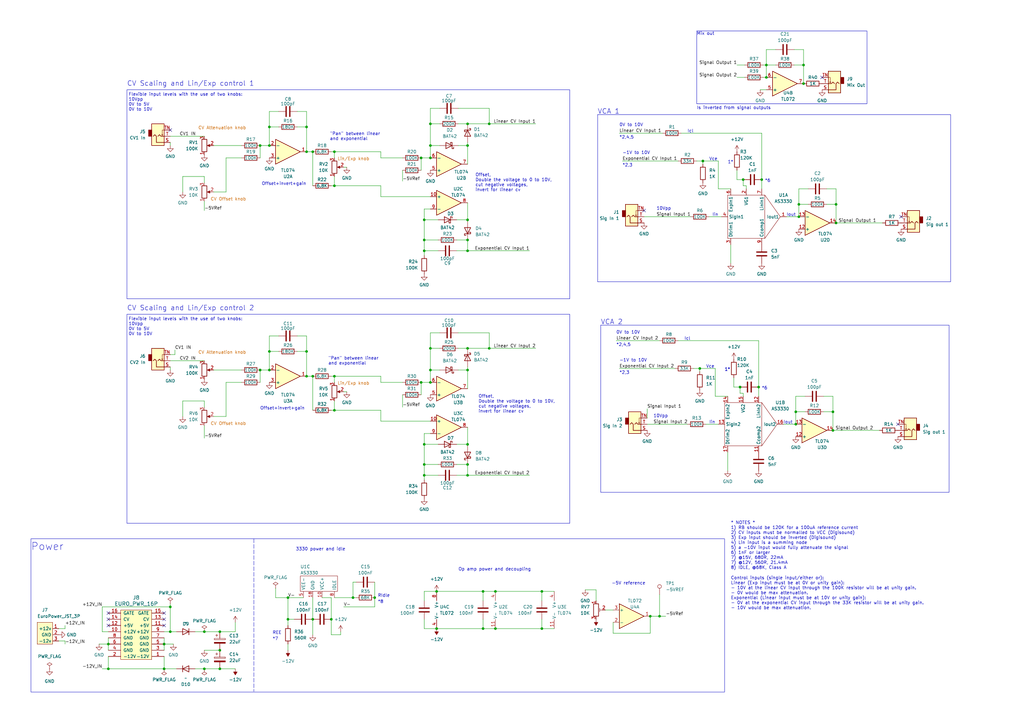
<source format=kicad_sch>
(kicad_sch (version 20230121) (generator eeschema)
  (paper "A3")
  (title_block (title "Eurorack AS3330 Dual Linear/Exponential VCA") (date "2024-02-02") (rev "0.1.4") (company "DIYSynthMNL") (comment 1 "This version is a prototype"))
  (junction (at 173.99 182.245))
  (junction (at 106.68 151.765))
  (junction (at 110.49 59.69))
  (junction (at 329.565 34.29))
  (junction (at 110.49 151.765))
  (junction (at 326.39 173.99))
  (junction (at 203.2 257.81))
  (junction (at 191.77 90.17))
  (junction (at 137.16 62.23))
  (junction (at 312.42 73.66))
  (junction (at 110.49 52.07))
  (junction (at 179.07 257.81))
  (junction (at 326.39 168.91))
  (junction (at 176.53 151.765))
  (junction (at 191.77 194.945))
  (junction (at 44.45 274.32))
  (junction (at 176.53 142.875))
  (junction (at 176.53 64.77))
  (junction (at 110.49 144.145))
  (junction (at 288.29 66.04))
  (junction (at 303.53 158.75))
  (junction (at 191.77 50.8))
  (junction (at 125.73 154.305))
  (junction (at 191.77 59.69))
  (junction (at 176.53 59.69))
  (junction (at 314.325 26.67))
  (junction (at 266.7 252.73))
  (junction (at 341.63 168.91))
  (junction (at 314.325 31.75))
  (junction (at 128.27 62.23))
  (junction (at 191.77 98.425))
  (junction (at 172.72 64.77))
  (junction (at 203.2 242.57))
  (junction (at 200.66 50.8))
  (junction (at 173.99 190.5))
  (junction (at 125.73 62.23))
  (junction (at 222.25 257.81))
  (junction (at 67.31 264.16))
  (junction (at 198.12 242.57))
  (junction (at 304.8 73.66))
  (junction (at 128.27 254))
  (junction (at 125.73 52.07))
  (junction (at 144.78 245.11))
  (junction (at 311.15 158.75))
  (junction (at 176.53 50.8))
  (junction (at 69.85 248.92))
  (junction (at 179.07 242.57))
  (junction (at 173.99 194.945))
  (junction (at 198.12 257.81))
  (junction (at 153.67 245.11))
  (junction (at 106.68 59.69))
  (junction (at 342.9 83.82))
  (junction (at 327.66 83.82))
  (junction (at 173.99 90.17))
  (junction (at 67.31 274.32))
  (junction (at 128.27 154.305))
  (junction (at 191.77 151.765))
  (junction (at 342.9 91.44))
  (junction (at 118.11 254))
  (junction (at 83.82 274.32))
  (junction (at 173.99 98.425))
  (junction (at 83.82 259.08))
  (junction (at 90.17 266.7))
  (junction (at 173.99 102.87))
  (junction (at 191.77 182.245))
  (junction (at 137.16 76.2))
  (junction (at 172.72 156.845))
  (junction (at 90.17 274.32))
  (junction (at 118.11 245.11))
  (junction (at 222.25 242.57))
  (junction (at 176.53 156.845))
  (junction (at 135.89 254))
  (junction (at 90.17 259.08))
  (junction (at 270.51 252.73))
  (junction (at 341.63 176.53))
  (junction (at 69.85 259.08))
  (junction (at 329.565 26.67))
  (junction (at 137.16 154.305))
  (junction (at 327.66 88.9))
  (junction (at 44.45 264.16))
  (junction (at 137.16 168.275))
  (junction (at 287.02 151.13))
  (junction (at 191.77 142.875))
  (junction (at 125.73 144.145))
  (junction (at 191.77 190.5))
  (junction (at 200.66 142.875))
  (junction (at 191.77 102.87))
  (no_connect (at 369.57 88.9))
  (no_connect (at 67.31 256.54))
  (no_connect (at 69.85 53.34))
  (no_connect (at 337.185 31.75))
  (no_connect (at 368.3 173.99))
  (no_connect (at 67.31 251.46))
  (no_connect (at 264.16 86.36))
  (no_connect (at 44.45 254))
  (no_connect (at 44.45 256.54))
  (no_connect (at 67.31 254))
  (no_connect (at 44.45 251.46))
  (wire (pts (xy 200.66 136.525) (xy 200.66 142.875)))
  (wire (pts (xy 69.85 259.08) (xy 72.39 259.08)))
  (wire (pts (xy 303.53 161.29) (xy 304.8 161.29)))
  (wire (pts (xy 176.53 151.765) (xy 176.53 156.845)))
  (wire (pts (xy 330.2 168.91) (xy 326.39 168.91)))
  (wire (pts (xy 325.755 26.67) (xy 329.565 26.67)))
  (wire (pts (xy 285.75 66.04) (xy 288.29 66.04)))
  (wire (pts (xy 110.49 137.795) (xy 110.49 144.145)))
  (wire (pts (xy 121.92 45.72) (xy 125.73 45.72)))
  (wire (pts (xy 187.325 182.245) (xy 191.77 182.245)))
  (wire (pts (xy 203.2 242.57) (xy 222.25 242.57)))
  (wire (pts (xy 125.73 62.23) (xy 128.27 62.23)))
  (wire (pts (xy 144.78 238.76) (xy 144.78 245.11)))
  (wire (pts (xy 270.51 243.84) (xy 270.51 252.73)))
  (wire (pts (xy 172.72 156.845) (xy 172.72 161.925)))
  (wire (pts (xy 137.16 72.39) (xy 137.16 76.2)))
  (wire (pts (xy 279.4 54.61) (xy 312.42 54.61)))
  (wire (pts (xy 173.99 194.945) (xy 179.705 194.945)))
  (wire (pts (xy 314.325 20.32) (xy 318.135 20.32)))
  (wire (pts (xy 135.89 62.23) (xy 137.16 62.23)))
  (wire (pts (xy 342.9 77.47) (xy 342.9 83.82)))
  (wire (pts (xy 41.91 259.08) (xy 41.91 248.92)))
  (wire (pts (xy 173.99 246.38) (xy 173.99 242.57)))
  (wire (pts (xy 187.325 90.17) (xy 191.77 90.17)))
  (wire (pts (xy 173.99 102.87) (xy 179.705 102.87)))
  (wire (pts (xy 187.325 98.425) (xy 191.77 98.425)))
  (wire (pts (xy 191.77 142.875) (xy 200.66 142.875)))
  (wire (pts (xy 191.77 90.805) (xy 191.77 90.17)))
  (wire (pts (xy 125.73 45.72) (xy 125.73 52.07)))
  (wire (pts (xy 266.7 259.715) (xy 266.7 252.73)))
  (wire (pts (xy 341.63 162.56) (xy 341.63 168.91)))
  (wire (pts (xy 137.16 62.23) (xy 156.21 62.23)))
  (wire (pts (xy 187.325 190.5) (xy 191.77 190.5)))
  (wire (pts (xy 113.03 245.11) (xy 113.03 241.3)))
  (wire (pts (xy 244.475 246.38) (xy 244.475 241.935)))
  (wire (pts (xy 74.93 164.465) (xy 74.93 170.815)))
  (wire (pts (xy 87.63 78.74) (xy 92.71 78.74)))
  (wire (pts (xy 179.07 257.81) (xy 198.12 257.81)))
  (wire (pts (xy 173.99 257.81) (xy 179.07 257.81)))
  (wire (pts (xy 187.325 194.945) (xy 191.77 194.945)))
  (wire (pts (xy 176.53 44.45) (xy 176.53 50.8)))
  (wire (pts (xy 156.21 62.23) (xy 156.21 64.77)))
  (wire (pts (xy 191.77 98.425) (xy 191.77 102.87)))
  (wire (pts (xy 139.7 260.35) (xy 139.7 259.08)))
  (wire (pts (xy 156.21 154.305) (xy 156.21 156.845)))
  (wire (pts (xy 198.12 257.81) (xy 198.12 254)))
  (wire (pts (xy 180.34 136.525) (xy 176.53 136.525)))
  (wire (pts (xy 137.16 154.305) (xy 156.21 154.305)))
  (wire (pts (xy 140.97 160.655) (xy 142.24 160.655)))
  (wire (pts (xy 176.53 85.725) (xy 173.99 85.725)))
  (wire (pts (xy 128.27 254) (xy 128.27 260.35)))
  (wire (pts (xy 321.31 173.99) (xy 326.39 173.99)))
  (wire (pts (xy 322.58 88.9) (xy 327.66 88.9)))
  (wire (pts (xy 176.53 136.525) (xy 176.53 142.875)))
  (wire (pts (xy 314.325 26.67) (xy 314.325 31.75)))
  (wire (pts (xy 83.82 259.08) (xy 90.17 259.08)))
  (wire (pts (xy 298.45 193.04) (xy 298.45 185.42)))
  (wire (pts (xy 339.09 77.47) (xy 342.9 77.47)))
  (wire (pts (xy 128.27 62.23) (xy 128.27 76.2)))
  (wire (pts (xy 24.13 262.89) (xy 26.67 262.89)))
  (wire (pts (xy 67.31 264.16) (xy 67.31 266.7)))
  (wire (pts (xy 278.13 139.7) (xy 311.15 139.7)))
  (polyline (pts (xy 104.14 220.98) (xy 104.14 283.591)) (stroke (width 0) (type dash)))
  (wire (pts (xy 121.92 137.795) (xy 125.73 137.795)))
  (wire (pts (xy 83.82 164.465) (xy 74.93 164.465)))
  (wire (pts (xy 173.99 98.425) (xy 179.705 98.425)))
  (wire (pts (xy 173.99 85.725) (xy 173.99 90.17)))
  (wire (pts (xy 135.89 245.11) (xy 135.89 254)))
  (wire (pts (xy 67.31 259.08) (xy 69.85 259.08)))
  (wire (pts (xy 255.27 66.04) (xy 278.13 66.04)))
  (wire (pts (xy 172.72 64.77) (xy 176.53 64.77)))
  (wire (pts (xy 326.39 162.56) (xy 326.39 168.91)))
  (wire (pts (xy 341.63 176.53) (xy 360.68 176.53)))
  (wire (pts (xy 302.26 69.85) (xy 302.26 73.66)))
  (wire (pts (xy 339.09 83.82) (xy 342.9 83.82)))
  (wire (pts (xy 67.31 261.62) (xy 67.31 264.16)))
  (wire (pts (xy 288.29 66.04) (xy 288.29 67.31)))
  (wire (pts (xy 180.34 44.45) (xy 176.53 44.45)))
  (wire (pts (xy 244.475 241.935) (xy 240.03 241.935)))
  (wire (pts (xy 118.11 256.54) (xy 118.11 254)))
  (wire (pts (xy 284.48 151.13) (xy 287.02 151.13)))
  (wire (pts (xy 128.27 245.11) (xy 128.27 254)))
  (wire (pts (xy 300.99 158.75) (xy 303.53 158.75)))
  (wire (pts (xy 337.82 162.56) (xy 341.63 162.56)))
  (wire (pts (xy 251.46 255.27) (xy 251.46 259.715)))
  (wire (pts (xy 176.53 177.8) (xy 173.99 177.8)))
  (wire (pts (xy 69.85 58.42) (xy 69.85 59.69)))
  (wire (pts (xy 135.89 260.35) (xy 139.7 260.35)))
  (wire (pts (xy 83.82 266.7) (xy 90.17 266.7)))
  (wire (pts (xy 311.785 36.83) (xy 314.325 36.83)))
  (wire (pts (xy 265.43 173.99) (xy 281.94 173.99)))
  (wire (pts (xy 329.565 20.32) (xy 325.755 20.32)))
  (wire (pts (xy 176.53 50.8) (xy 176.53 59.69)))
  (wire (pts (xy 92.71 170.815) (xy 92.71 156.845)))
  (wire (pts (xy 331.47 83.82) (xy 327.66 83.82)))
  (wire (pts (xy 90.17 259.08) (xy 96.52 259.08)))
  (wire (pts (xy 137.16 245.11) (xy 144.78 245.11)))
  (wire (pts (xy 156.21 156.845) (xy 165.1 156.845)))
  (wire (pts (xy 26.67 262.89) (xy 26.67 264.16)))
  (wire (pts (xy 44.45 261.62) (xy 44.45 264.16)))
  (wire (pts (xy 83.82 174.625) (xy 83.82 179.705)))
  (wire (pts (xy 44.45 274.32) (xy 41.91 274.32)))
  (wire (pts (xy 44.45 264.16) (xy 44.45 266.7)))
  (wire (pts (xy 293.37 162.56) (xy 298.45 162.56)))
  (wire (pts (xy 222.25 257.81) (xy 222.25 254)))
  (wire (pts (xy 41.91 248.92) (xy 69.85 248.92)))
  (wire (pts (xy 254 151.13) (xy 276.86 151.13)))
  (wire (pts (xy 187.96 44.45) (xy 200.66 44.45)))
  (wire (pts (xy 118.11 245.11) (xy 113.03 245.11)))
  (wire (pts (xy 337.82 168.91) (xy 341.63 168.91)))
  (wire (pts (xy 24.13 257.81) (xy 26.67 257.81)))
  (wire (pts (xy 165.1 161.925) (xy 165.1 167.005)))
  (wire (pts (xy 266.7 252.73) (xy 270.51 252.73)))
  (wire (pts (xy 114.3 52.07) (xy 110.49 52.07)))
  (wire (pts (xy 302.26 26.67) (xy 305.435 26.67)))
  (wire (pts (xy 173.99 190.5) (xy 173.99 194.945)))
  (wire (pts (xy 135.89 76.2) (xy 137.16 76.2)))
  (wire (pts (xy 187.96 136.525) (xy 200.66 136.525)))
  (wire (pts (xy 173.99 194.945) (xy 173.99 196.85)))
  (wire (pts (xy 137.16 164.465) (xy 137.16 168.275)))
  (wire (pts (xy 74.93 72.39) (xy 74.93 78.74)))
  (wire (pts (xy 114.3 137.795) (xy 110.49 137.795)))
  (wire (pts (xy 331.47 77.47) (xy 327.66 77.47)))
  (wire (pts (xy 173.99 242.57) (xy 179.07 242.57)))
  (wire (pts (xy 44.45 259.08) (xy 41.91 259.08)))
  (wire (pts (xy 191.77 190.5) (xy 191.77 194.945)))
  (wire (pts (xy 125.73 52.07) (xy 125.73 62.23)))
  (wire (pts (xy 176.53 142.875) (xy 176.53 151.765)))
  (wire (pts (xy 312.42 73.66) (xy 312.42 77.47)))
  (wire (pts (xy 330.2 162.56) (xy 326.39 162.56)))
  (wire (pts (xy 125.73 144.145) (xy 125.73 154.305)))
  (wire (pts (xy 137.16 76.2) (xy 156.21 76.2)))
  (wire (pts (xy 318.135 26.67) (xy 314.325 26.67)))
  (wire (pts (xy 118.11 245.11) (xy 118.11 254)))
  (wire (pts (xy 165.1 69.85) (xy 165.1 74.295)))
  (wire (pts (xy 302.26 31.75) (xy 305.435 31.75)))
  (wire (pts (xy 135.89 154.305) (xy 137.16 154.305)))
  (wire (pts (xy 248.285 250.19) (xy 251.46 250.19)))
  (wire (pts (xy 80.01 259.08) (xy 83.82 259.08)))
  (wire (pts (xy 326.39 168.91) (xy 326.39 173.99)))
  (wire (pts (xy 191.77 151.765) (xy 191.77 159.385)))
  (wire (pts (xy 191.77 58.42) (xy 191.77 59.69)))
  (wire (pts (xy 287.02 151.13) (xy 287.02 152.4)))
  (wire (pts (xy 200.66 142.875) (xy 219.71 142.875)))
  (wire (pts (xy 304.8 161.29) (xy 304.8 162.56)))
  (wire (pts (xy 191.77 50.8) (xy 200.66 50.8)))
  (wire (pts (xy 288.29 66.04) (xy 294.64 66.04)))
  (wire (pts (xy 327.66 83.82) (xy 327.66 88.9)))
  (wire (pts (xy 87.63 151.765) (xy 99.06 151.765)))
  (wire (pts (xy 191.77 194.945) (xy 217.17 194.945)))
  (wire (pts (xy 92.71 64.77) (xy 99.06 64.77)))
  (wire (pts (xy 176.53 142.875) (xy 180.34 142.875)))
  (wire (pts (xy 329.565 26.67) (xy 329.565 34.29)))
  (wire (pts (xy 191.77 59.69) (xy 191.77 67.31)))
  (wire (pts (xy 153.67 245.11) (xy 153.67 248.92)))
  (wire (pts (xy 294.64 66.04) (xy 294.64 77.47)))
  (wire (pts (xy 191.77 150.495) (xy 191.77 151.765)))
  (wire (pts (xy 40.64 264.16) (xy 44.45 264.16)))
  (wire (pts (xy 90.17 274.32) (xy 96.52 274.32)))
  (wire (pts (xy 110.49 52.07) (xy 110.49 59.69)))
  (wire (pts (xy 173.99 190.5) (xy 179.705 190.5)))
  (wire (pts (xy 191.77 182.245) (xy 191.77 175.26)))
  (wire (pts (xy 313.055 31.75) (xy 314.325 31.75)))
  (wire (pts (xy 128.27 154.305) (xy 128.27 168.275)))
  (wire (pts (xy 137.16 154.305) (xy 137.16 156.845)))
  (wire (pts (xy 137.16 168.275) (xy 156.21 168.275)))
  (wire (pts (xy 304.8 76.2) (xy 306.07 76.2)))
  (wire (pts (xy 106.68 59.69) (xy 110.49 59.69)))
  (wire (pts (xy 173.99 177.8) (xy 173.99 182.245)))
  (wire (pts (xy 106.68 151.765) (xy 110.49 151.765)))
  (wire (pts (xy 125.73 137.795) (xy 125.73 144.145)))
  (wire (pts (xy 69.85 147.955) (xy 83.82 147.955)))
  (wire (pts (xy 135.89 168.275) (xy 137.16 168.275)))
  (wire (pts (xy 173.99 90.17) (xy 179.705 90.17)))
  (wire (pts (xy 252.73 139.7) (xy 270.51 139.7)))
  (wire (pts (xy 173.99 182.245) (xy 179.705 182.245)))
  (wire (pts (xy 222.25 242.57) (xy 222.25 246.38)))
  (wire (pts (xy 156.21 64.77) (xy 165.1 64.77)))
  (wire (pts (xy 200.66 44.45) (xy 200.66 50.8)))
  (wire (pts (xy 203.2 257.81) (xy 198.12 257.81)))
  (wire (pts (xy 83.82 274.32) (xy 90.17 274.32)))
  (wire (pts (xy 121.92 144.145) (xy 125.73 144.145)))
  (wire (pts (xy 179.07 242.57) (xy 198.12 242.57)))
  (wire (pts (xy 173.99 254) (xy 173.99 257.81)))
  (wire (pts (xy 44.45 269.24) (xy 44.45 274.32)))
  (wire (pts (xy 290.83 88.9) (xy 295.91 88.9)))
  (wire (pts (xy 200.66 50.8) (xy 219.71 50.8)))
  (wire (pts (xy 329.565 20.32) (xy 329.565 26.67)))
  (wire (pts (xy 251.46 259.715) (xy 266.7 259.715)))
  (wire (pts (xy 312.42 54.61) (xy 312.42 73.66)))
  (wire (pts (xy 114.3 45.72) (xy 110.49 45.72)))
  (wire (pts (xy 191.77 102.87) (xy 217.17 102.87)))
  (wire (pts (xy 173.99 90.17) (xy 173.99 98.425)))
  (wire (pts (xy 87.63 170.815) (xy 92.71 170.815)))
  (wire (pts (xy 80.01 274.32) (xy 83.82 274.32)))
  (wire (pts (xy 173.99 98.425) (xy 173.99 102.87)))
  (wire (pts (xy 300.99 154.94) (xy 300.99 158.75)))
  (wire (pts (xy 121.92 52.07) (xy 125.73 52.07)))
  (wire (pts (xy 270.51 252.73) (xy 273.05 252.73)))
  (wire (pts (xy 289.56 173.99) (xy 294.64 173.99)))
  (wire (pts (xy 311.15 139.7) (xy 311.15 158.75)))
  (wire (pts (xy 191.77 182.88) (xy 191.77 182.245)))
  (wire (pts (xy 173.99 182.245) (xy 173.99 190.5)))
  (wire (pts (xy 83.82 74.93) (xy 83.82 72.39)))
  (wire (pts (xy 203.2 242.57) (xy 198.12 242.57)))
  (wire (pts (xy 173.99 102.87) (xy 173.99 104.775)))
  (wire (pts (xy 191.77 90.17) (xy 191.77 83.185)))
  (wire (pts (xy 172.72 64.77) (xy 172.72 69.85)))
  (wire (pts (xy 187.96 50.8) (xy 191.77 50.8)))
  (wire (pts (xy 287.02 151.13) (xy 293.37 151.13)))
  (wire (pts (xy 87.63 59.69) (xy 99.06 59.69)))
  (wire (pts (xy 176.53 59.69) (xy 176.53 64.77)))
  (wire (pts (xy 180.34 151.765) (xy 176.53 151.765)))
  (wire (pts (xy 299.72 107.95) (xy 299.72 100.33)))
  (wire (pts (xy 327.66 77.47) (xy 327.66 83.82)))
  (wire (pts (xy 198.12 242.57) (xy 198.12 246.38)))
  (wire (pts (xy 118.11 254) (xy 120.65 254)))
  (wire (pts (xy 302.26 73.66) (xy 304.8 73.66)))
  (wire (pts (xy 71.755 143.51) (xy 71.755 145.415)))
  (wire (pts (xy 92.71 78.74) (xy 92.71 64.77)))
  (wire (pts (xy 69.85 55.88) (xy 83.82 55.88)))
  (wire (pts (xy 106.68 151.765) (xy 106.68 156.845)))
  (wire (pts (xy 69.85 248.92) (xy 69.85 259.08)))
  (wire (pts (xy 265.43 167.64) (xy 265.43 171.45)))
  (wire (pts (xy 293.37 151.13) (xy 293.37 162.56)))
  (wire (pts (xy 71.755 145.415) (xy 69.85 145.415)))
  (wire (pts (xy 342.9 91.44) (xy 361.95 91.44)))
  (wire (pts (xy 227.33 242.57) (xy 222.25 242.57)))
  (wire (pts (xy 153.67 238.76) (xy 153.67 245.11)))
  (wire (pts (xy 44.45 274.32) (xy 67.31 274.32)))
  (wire (pts (xy 110.49 144.145) (xy 110.49 151.765)))
  (wire (pts (xy 110.49 45.72) (xy 110.49 52.07)))
  (wire (pts (xy 314.325 20.32) (xy 314.325 26.67)))
  (wire (pts (xy 114.3 144.145) (xy 110.49 144.145)))
  (wire (pts (xy 156.21 76.2) (xy 156.21 80.645)))
  (wire (pts (xy 342.9 83.82) (xy 342.9 91.44)))
  (wire (pts (xy 180.34 59.69) (xy 176.53 59.69)))
  (wire (pts (xy 140.97 68.58) (xy 142.24 68.58)))
  (wire (pts (xy 187.96 59.69) (xy 191.77 59.69)))
  (wire (pts (xy 303.53 158.75) (xy 303.53 161.29)))
  (wire (pts (xy 83.82 167.005) (xy 83.82 164.465)))
  (wire (pts (xy 227.33 257.81) (xy 222.25 257.81)))
  (wire (pts (xy 341.63 168.91) (xy 341.63 176.53)))
  (wire (pts (xy 314.325 26.67) (xy 313.055 26.67)))
  (wire (pts (xy 67.31 264.16) (xy 71.12 264.16)))
  (wire (pts (xy 92.71 156.845) (xy 99.06 156.845)))
  (wire (pts (xy 156.21 80.645) (xy 176.53 80.645)))
  (wire (pts (xy 118.11 264.16) (xy 118.11 266.7)))
  (wire (pts (xy 137.16 62.23) (xy 137.16 64.77)))
  (wire (pts (xy 96.52 259.08) (xy 96.52 255.27)))
  (wire (pts (xy 264.16 88.9) (xy 283.21 88.9)))
  (wire (pts (xy 187.96 142.875) (xy 191.77 142.875)))
  (wire (pts (xy 83.82 72.39) (xy 74.93 72.39)))
  (wire (pts (xy 106.68 59.69) (xy 106.68 64.77)))
  (wire (pts (xy 172.72 156.845) (xy 176.53 156.845)))
  (wire (pts (xy 203.2 257.81) (xy 222.25 257.81)))
  (wire (pts (xy 135.89 254) (xy 135.89 260.35)))
  (wire (pts (xy 187.96 151.765) (xy 191.77 151.765)))
  (wire (pts (xy 72.39 274.32) (xy 67.31 274.32)))
  (wire (pts (xy 306.07 76.2) (xy 306.07 77.47)))
  (wire (pts (xy 26.67 257.81) (xy 26.67 256.54)))
  (wire (pts (xy 156.21 168.275) (xy 156.21 172.72)))
  (wire (pts (xy 69.85 247.65) (xy 69.85 248.92)))
  (wire (pts (xy 144.78 245.11) (xy 146.05 245.11)))
  (wire (pts (xy 304.8 73.66) (xy 304.8 76.2)))
  (wire (pts (xy 67.31 274.32) (xy 67.31 269.24)))
  (wire (pts (xy 153.67 248.92) (xy 140.97 248.92)))
  (wire (pts (xy 146.05 238.76) (xy 144.78 238.76)))
  (wire (pts (xy 69.85 150.495) (xy 69.85 151.765)))
  (wire (pts (xy 254 54.61) (xy 271.78 54.61)))
  (wire (pts (xy 187.325 102.87) (xy 191.77 102.87)))
  (wire (pts (xy 118.11 245.11) (xy 124.46 245.11)))
  (wire (pts (xy 135.89 245.11) (xy 132.08 245.11)))
  (wire (pts (xy 125.73 154.305) (xy 128.27 154.305)))
  (wire (pts (xy 156.21 172.72) (xy 176.53 172.72)))
  (wire (pts (xy 176.53 50.8) (xy 180.34 50.8)))
  (wire (pts (xy 294.64 77.47) (xy 299.72 77.47)))
  (wire (pts (xy 83.82 82.55) (xy 83.82 86.36)))
  (wire (pts (xy 311.15 158.75) (xy 311.15 162.56)))
  (rectangle (start 12.7 220.98) (end 297.18 283.845))
  (rectangle (start 246.38 133.35) (end 389.255 201.93))
  (rectangle (start 52.07 36.83) (end 233.68 122.555))
  (rectangle (start 245.11 46.99) (end 389.89 115.57))
  (rectangle (start 285.75 12.7) (end 355.6 42.545))
  (rectangle (start 52.07 128.905) (end 233.68 214.63))
  (text "Iin" (at 290.83 173.99 0) (effects (font (size 1.27 1.27)) (justify left bottom)))
  (text "CV Attenuation knob" (at 81.28 145.415 0) (effects (font (size 1.27 1.27)) (justify left bottom)))
  (text "\"Pan\" between linear\nand exponential" (at 134.62 149.86 0) (effects (font (size 1.27 1.27)) (justify left bottom)))
  (text "*2,4,5" (at 254 57.15 0) (effects (font (size 1.27 1.27)) (justify left bottom)))
  (text "*8" (at 154.94 247.65 0) (effects (font (size 1.27 1.27)) (justify left bottom)))
  (text "Iin" (at 292.1 88.9 0) (effects (font (size 1.27 1.27)) (justify left bottom)))
  (text "Lin/Exp knob" (at 138.43 66.04 0) (effects (font (size 1.27 1.27)) (justify left bottom)))
  (text "-5V reference" (at 250.825 240.03 0) (effects (font (size 1.27 1.27)) (justify left bottom)))
  (text "*2,3" (at 255.27 68.58 0) (effects (font (size 1.27 1.27)) (justify left bottom)))
  (text "Flexible input levels with the use of two knobs:\n10Vpp\n0V to 5V\n0V to 10V" (at 52.705 137.795 0) (effects (font (size 1.27 1.27)) (justify left bottom)))
  (text "3330 power and idle" (at 121.285 226.06 0) (effects (font (size 1.27 1.27)) (justify left bottom)))
  (text "*2,3" (at 254 153.67 0) (effects (font (size 1.27 1.27)) (justify left bottom)))
  (text "*6" (at 312.42 160.02 0) (effects (font (size 1.27 1.27)) (justify left bottom)))
  (text "*7" (at 111.76 262.89 0) (effects (font (size 1.27 1.27)) (justify left bottom)))
  (text "10Vpp" (at 267.97 171.45 0) (effects (font (size 1.27 1.27)) (justify left bottom)))
  (text "*2,4,5" (at 252.73 142.24 0) (effects (font (size 1.27 1.27)) (justify left bottom)))
  (text "Iout" (at 321.31 173.99 0) (effects (font (size 1.27 1.27)) (justify left bottom)))
  (text "*6" (at 313.69 74.93 0) (effects (font (size 1.27 1.27)) (justify left bottom)))
  (text "CV Offset knob" (at 86.36 174.625 0) (effects (font (size 1.27 1.27)) (justify left bottom)))
  (text "1*" (at 297.18 152.4 0) (effects (font (size 1.27 1.27)) (justify left bottom)))
  (text "Offset,\nDouble the voltage to 0 to 10V, \ncut negative voltages,\ninvert for linear cv" (at 196.215 169.545 0) (effects (font (size 1.27 1.27)) (justify left bottom)))
  (text "Iout" (at 322.58 88.9 0) (effects (font (size 1.27 1.27)) (justify left bottom)))
  (text "CV Offset knob" (at 86.36 82.55 0) (effects (font (size 1.27 1.27)) (justify left bottom)))
  (text "1*" (at 298.45 67.31 0) (effects (font (size 1.27 1.27)) (justify left bottom)))
  (text "Power" (at 12.7 226.06 0) (effects (font (size 3 3)) (justify left bottom)))
  (text "Icl" (at 280.67 139.7 0) (effects (font (size 1.27 1.27)) (justify left bottom)))
  (text "* NOTES *\n1) RB should be 120K for a 100uA reference current\n2) CV inputs must be normalled to VCC (Digisound)\n3) Exp input should be inverted (Digisound)\n4) Lin input is a summing node\n5) a -10V input would fully attenuate the signal\n6) 1nF or larger\n7) @15V, 680R, 22mA\n7) @12V, 560R, 21.4mA\n8) IDLE, @68K, Class A" (at 299.72 233.68 0) (effects (font (size 1.27 1.27)) (justify left bottom)))
  (text "REE" (at 111.76 260.35 0) (effects (font (size 1.27 1.27)) (justify left bottom)))
  (text "VCA 2" (at 246.38 133.35 0) (effects (font (size 2 2)) (justify left bottom)))
  (text "Vce" (at 290.83 66.04 0) (effects (font (size 1.27 1.27)) (justify left bottom)))
  (text "Flexible input levels with the use of two knobs:\n10Vpp\n0V to 5V\n0V to 10V" (at 52.705 45.72 0) (effects (font (size 1.27 1.27)) (justify left bottom)))
  (text "1*" (at 297.18 152.4 0) (effects (font (size 1.27 1.27)) (justify left bottom)))
  (text "Vce" (at 289.56 151.13 0) (effects (font (size 1.27 1.27)) (justify left bottom)))
  (text "\"Pan\" between linear\nand exponential" (at 135.255 57.785 0) (effects (font (size 1.27 1.27)) (justify left bottom)))
  (text "Offset+invert+gain" (at 107.315 76.2 0) (effects (font (size 1.27 1.27)) (justify left bottom)))
  (text "VCA 1" (at 245.11 46.99 0) (effects (font (size 2 2)) (justify left bottom)))
  (text "RIdle" (at 154.94 245.11 0) (effects (font (size 1.27 1.27)) (justify left bottom)))
  (text "0V to 10V" (at 254 52.07 0) (effects (font (size 1.27 1.27)) (justify left bottom)))
  (text "0V to 10V" (at 252.73 137.16 0) (effects (font (size 1.27 1.27)) (justify left bottom)))
  (text "Lin/Exp knob" (at 138.43 158.115 0) (effects (font (size 1.27 1.27)) (justify left bottom)))
  (text "Offset,\nDouble the voltage to 0 to 10V, \ncut negative voltages,\ninvert for linear cv" (at 194.945 78.74 0) (effects (font (size 1.27 1.27)) (justify left bottom)))
  (text "Op amp power and decoupling" (at 187.96 234.315 0) (effects (font (size 1.27 1.27)) (justify left bottom)))
  (text "Control inputs (single input/either or):\nLinear (Exp input must be at 0V or unity gain):\n- 10V at the linear CV input through the 100K resistor will be at unity gain.\n- 0V would be max attenuation.\nExponential (Linear input must be at 10V or unity gain):\n- 0V at the exponential CV input through the 33K resistor will be at unity gain.\n- 10V would be max attenuation.\n" (at 299.72 250.19 0) (effects (font (size 1.27 1.27)) (justify left bottom)))
  (text "Offset+invert+gain" (at 106.68 168.275 0) (effects (font (size 1.27 1.27)) (justify left bottom)))
  (text "CV Scaling and Lin/Exp control 1" (at 52.07 35.56 0) (effects (font (size 2 2)) (justify left bottom)))
  (text "-1V to 10V" (at 254 148.59 0) (effects (font (size 1.27 1.27)) (justify left bottom)))
  (text "CV Scaling and Lin/Exp control 2" (at 52.07 127.635 0) (effects (font (size 2 2)) (justify left bottom)))
  (text "CV Attenuation knob" (at 81.28 53.34 0) (effects (font (size 1.27 1.27)) (justify left bottom)))
  (text "Is inverted from signal outputs" (at 285.75 45.085 0) (effects (font (size 1.27 1.27)) (justify left bottom)))
  (text "-1V to 10V" (at 255.27 63.5 0) (effects (font (size 1.27 1.27)) (justify left bottom)))
  (text "Mix out" (at 285.75 14.605 0) (effects (font (size 1.27 1.27)) (justify left bottom)))
  (text "10Vpp" (at 269.24 86.36 0) (effects (font (size 1.27 1.27)) (justify left bottom)))
  (text "Icl" (at 281.94 54.61 0) (effects (font (size 1.27 1.27)) (justify left bottom)))
  (label "Linear CV Input 1" (at 219.71 50.8 180))
  (label "Exponential CV Input 1" (at 255.27 66.04 0))
  (label "V-" (at 140.97 248.92 0))
  (label "Linear CV Input 2" (at 219.71 142.875 180))
  (label "-5VRef" (at 83.82 179.705 0))
  (label "Linear CV Input 2" (at 252.73 139.7 0))
  (label "Exponential CV Input 1" (at 217.17 102.87 180))
  (label "CV1 IN" (at 71.755 143.51 0))
  (label "V-" (at 118.11 245.11 0))
  (label "Exponential CV Input 2" (at 217.17 194.945 180))
  (label "Signal Output 1" (at 302.26 26.67 180))
  (label "+12V_IN" (at 26.67 256.54 0))
  (label "Signal Input 1" (at 269.24 88.9 0))
  (label "-5VRef" (at 165.1 74.295 0))
  (label "-5VRef" (at 165.1 167.005 0))
  (label "-12V_IN" (at 26.67 264.16 0))
  (label "+12V_IN" (at 41.91 248.92 180))
  (label "Linear CV Input 1" (at 254 54.61 0))
  (label "Exponential CV Input 2" (at 254 151.13 0))
  (label "Signal Output 1" (at 359.41 91.44 180))
  (label "CV2 IN" (at 73.66 147.955 0))
  (label "Signal Output 2" (at 302.26 31.75 180))
  (label "Signal Output 2" (at 358.14 176.53 180))
  (label "Signal Input 2" (at 267.97 173.99 0))
  (label "-5VRef" (at 83.82 86.36 0))
  (label "-5VRef" (at 273.05 252.73 0))
  (label "-12V_IN" (at 41.91 274.32 180))
  (label "CV1 IN" (at 73.66 55.88 0))
  (label "Signal Input 1" (at 265.43 167.64 0))
  (symbol (lib_id "Device:R") (at 102.87 156.845 90) (unit 1)
    (property "Reference" "R29" (at 102.87 154.305 90))
    (property "Value" "100K" (at 102.87 156.845 90))
  )
  (symbol (lib_id "Device:C") (at 307.34 158.75 90) (unit 1)
    (property "Reference" "C4" (at 307.34 152.4 90))
    (property "Value" "1nF" (at 307.34 154.94 90))
  )
  (symbol (lib_id "power:GND") (at 20.32 274.32 0) (unit 1)
    (property "Reference" "#PWR048" (effects hide))
    (property "Value" "GND" (at 20.32 279.4 0))
  )
  (symbol (lib_id "power:GND") (at 173.99 112.395 0) (unit 1)
    (property "Reference" "#PWR018" (effects hide))
    (property "Value" "GND" (at 173.99 116.84 0))
  )
  (symbol (lib_id "Device:R") (at 335.28 83.82 90) (unit 1)
    (property "Reference" "R5" (at 335.28 81.28 90))
    (property "Value" "100K" (at 335.28 83.82 90))
  )
  (symbol (lib_id "power:PWR_FLAG") (at 83.82 259.08 0) (unit 1)
    (property "Reference" "#FLG03" (effects hide))
    (property "Value" "PWR_FLAG" (at 83.82 254.635 0))
  )
  (symbol (lib_id "DIYSynthMNL:AS3330") (at 130.81 245.11 0) (unit 3)
    (property "Reference" "U1" (at 123.19 232.41 0) (effects (justify left)))
    (property "Value" "AS3330" (at 123.19 234.95 0) (effects (justify left)))
  )
  (symbol (lib_id "power:GND") (at 40.64 264.16 0) (unit 1)
    (property "Reference" "#PWR044" (effects hide))
    (property "Value" "GND" (at 40.64 268.605 0))
  )
  (symbol (lib_id "power:GND") (at 176.53 69.85 0) (unit 1)
    (property "Reference" "#PWR09" (effects hide))
    (property "Value" "GND" (at 176.53 74.295 0))
  )
  (symbol (lib_id "Amplifier_Operational:TL074") (at 184.15 67.31 0) (mirror x) (unit 2)
    (property "Reference" "U2" (at 189.23 73.025 0))
    (property "Value" "TL074" (at 189.23 70.485 0))
    (property "Datasheet" "http://www.ti.com/lit/ds/symlink/tl071.pdf" (effects hide))
  )
  (symbol (lib_id "power:GND") (at 83.82 63.5 0) (unit 1)
    (property "Reference" "#PWR05" (effects hide))
    (property "Value" "GND" (at 83.82 67.945 0))
  )
  (symbol (lib_id "power:+12V") (at 300.99 147.32 0) (unit 1)
    (property "Reference" "#PWR019" (effects hide))
    (property "Value" "+12V" (at 300.99 142.24 0))
  )
  (symbol (lib_id "Amplifier_Operational:TL074") (at 184.15 159.385 0) (mirror x) (unit 2)
    (property "Reference" "U3" (at 187.96 165.1 0))
    (property "Value" "TL074" (at 187.96 162.56 0))
    (property "Datasheet" "http://www.ti.com/lit/ds/symlink/tl071.pdf" (effects hide))
  )
  (symbol (lib_id "Device:R") (at 168.91 161.925 90) (unit 1)
    (property "Reference" "R31" (at 168.91 159.385 90))
    (property "Value" "100K" (at 168.91 161.925 90))
  )
  (symbol (lib_id "Device:R_Potentiometer") (at 83.82 59.69 0) (mirror x) (unit 1)
    (property "Reference" "RV1" (at 81.28 58.42 0) (effects (justify right)))
    (property "Value" "100K" (at 81.28 60.96 0) (effects (justify right)))
  )
  (symbol (lib_id "Amplifier_Operational:TL072") (at 176.53 250.19 0) (mirror y) (unit 3)
    (property "Reference" "U4" (at 180.34 248.92 0) (effects (justify right)))
    (property "Value" "TL072" (at 180.34 251.46 0) (effects (justify right)))
    (property "Datasheet" "http://www.ti.com/lit/ds/symlink/tl071.pdf" (effects hide))
  )
  (symbol (lib_id "Device:R") (at 168.91 64.77 90) (unit 1)
    (property "Reference" "R20" (at 168.91 62.23 90))
    (property "Value" "100K" (at 168.91 64.77 90))
  )
  (symbol (lib_id "Device:C") (at 149.86 238.76 90) (mirror x) (unit 1)
    (property "Reference" "C15" (at 149.86 232.41 90))
    (property "Value" "100nF" (at 149.86 234.95 90))
  )
  (symbol (lib_id "power:GND") (at 299.72 107.95 0) (unit 1)
    (property "Reference" "#PWR016" (effects hide))
    (property "Value" "GND" (at 299.72 112.395 0))
  )
  (symbol (lib_id "Device:R") (at 102.87 151.765 90) (unit 1)
    (property "Reference" "R27" (at 102.87 149.225 90))
    (property "Value" "100K" (at 102.87 151.765 90))
  )
  (symbol (lib_id "Device:R") (at 118.11 144.145 90) (unit 1)
    (property "Reference" "R26" (at 118.11 141.605 90))
    (property "Value" "180K" (at 118.11 144.145 90))
  )
  (symbol (lib_id "power:GND") (at 110.49 64.77 0) (unit 1)
    (property "Reference" "#PWR06" (effects hide))
    (property "Value" "GND" (at 110.49 69.215 0))
  )
  (symbol (lib_id "Device:D_Schottky") (at 191.77 186.69 90) (unit 1)
    (property "Reference" "D8" (at 194.945 185.7375 90) (effects (justify right)))
    (property "Value" "BAT42" (at 194.945 188.2775 90) (effects (justify right)))
  )
  (symbol (lib_id "Device:R") (at 183.515 98.425 90) (unit 1)
    (property "Reference" "R23" (at 183.515 95.885 90))
    (property "Value" "100K" (at 183.515 98.425 90))
  )
  (symbol (lib_id "Device:R") (at 321.945 26.67 90) (unit 1)
    (property "Reference" "R38" (at 321.945 24.13 90))
    (property "Value" "100K" (at 321.945 26.67 90))
  )
  (symbol (lib_id "Device:R_Potentiometer_Trim") (at 244.475 250.19 0) (unit 1)
    (property "Reference" "RV7" (at 241.935 248.92 0) (effects (justify right)))
    (property "Value" "10K" (at 241.935 251.46 0) (effects (justify right)))
  )
  (symbol (lib_id "Device:R") (at 309.245 26.67 90) (unit 1)
    (property "Reference" "R37" (at 309.245 24.13 90))
    (property "Value" "100K" (at 309.245 26.67 90))
  )
  (symbol (lib_id "Amplifier_Operational:TL072") (at 321.945 34.29 0) (mirror x) (unit 2)
    (property "Reference" "U4" (at 323.215 38.1 0))
    (property "Value" "TL072" (at 323.215 40.64 0))
    (property "Datasheet" "http://www.ti.com/lit/ds/symlink/tl071.pdf" (effects hide))
  )
  (symbol (lib_id "DIYSynthMNL:PJ3001F") (at 342.265 34.29 180) (unit 1)
    (property "Reference" "J9" (at 347.345 32.385 0) (effects (justify right)))
    (property "Value" "Mix Out" (at 347.345 34.925 0) (effects (justify right)))
    (property "Footprint" "DIYSynthMNL:AudioJack_3.5mm_long_pads" (effects hide))
  )
  (symbol (lib_id "power:GND") (at 288.29 74.93 0) (unit 1)
    (property "Reference" "#PWR010" (effects hide))
    (property "Value" "GND" (at 288.29 79.375 0))
  )
  (symbol (lib_id "Device:R") (at 132.08 76.2 90) (unit 1)
    (property "Reference" "R22" (at 132.08 73.66 90))
    (property "Value" "6.8K" (at 132.08 76.2 90))
  )
  (symbol (lib_id "Device:C") (at 118.11 137.795 90) (unit 1)
    (property "Reference" "C11" (at 118.11 132.715 90))
    (property "Value" "100pF" (at 118.11 134.62 90))
  )
  (symbol (lib_id "power:GND") (at 110.49 156.845 0) (unit 1)
    (property "Reference" "#PWR022" (effects hide))
    (property "Value" "GND" (at 110.49 161.29 0))
  )
  (symbol (lib_id "Device:D") (at 76.2 259.08 180) (unit 1)
    (property "Reference" "D9" (at 76.2 255.905 0))
    (property "Value" "~" (at 76.2 255.27 0))
    (property "Footprint" "DIYSynthMNL:D_DO-41_SOD81_P7.62mm_Horizontal_BigPads" (effects hide))
    (property "Sim.Device" "D" (effects hide))
    (property "Sim.Pins" "1=K 2=A" (effects hide))
  )
  (symbol (lib_id "Device:R_Potentiometer") (at 137.16 160.655 0) (mirror x) (unit 1)
    (property "Reference" "RV5" (at 134.62 159.385 0) (effects (justify right)))
    (property "Value" "10K" (at 134.62 161.925 0) (effects (justify right)))
  )
  (symbol (lib_id "power:-12V") (at 118.11 266.7 180) (unit 1)
    (property "Reference" "#PWR047" (effects hide))
    (property "Value" "-12V" (at 118.11 271.145 0))
  )
  (symbol (lib_id "Device:C") (at 173.99 250.19 0) (unit 1)
    (property "Reference" "C18" (at 170.18 248.92 0) (effects (justify right)))
    (property "Value" "100nF" (at 170.18 251.46 0) (effects (justify right)))
  )
  (symbol (lib_id "Device:R") (at 102.87 59.69 90) (unit 1)
    (property "Reference" "R17" (at 102.87 57.15 90))
    (property "Value" "100K" (at 102.87 59.69 90))
  )
  (symbol (lib_id "Amplifier_Operational:TL074") (at 229.87 250.19 0) (unit 5)
    (property "Reference" "U3" (at 228.6 248.92 0) (effects (justify left)))
    (property "Value" "TL074" (at 228.6 251.46 0) (effects (justify left)))
    (property "Datasheet" "http://www.ti.com/lit/ds/symlink/tl071.pdf" (effects hide))
  )
  (symbol (lib_id "power:PWR_FLAG") (at 67.31 274.32 180) (unit 1)
    (property "Reference" "#FLG05" (effects hide))
    (property "Value" "PWR_FLAG" (at 67.31 278.765 0))
  )
  (symbol (lib_id "power:GND") (at 327.66 93.98 0) (unit 1)
    (property "Reference" "#PWR014" (effects hide))
    (property "Value" "GND" (at 327.66 98.425 0))
  )
  (symbol (lib_id "power:GND") (at 326.39 179.07 0) (unit 1)
    (property "Reference" "#PWR030" (effects hide))
    (property "Value" "GND" (at 326.39 183.515 0))
  )
  (symbol (lib_id "Device:D_Schottky") (at 183.515 90.17 0) (mirror y) (unit 1)
    (property "Reference" "D3" (at 184.785 87.63 0))
    (property "Value" "BAT42" (at 183.515 93.345 0))
  )
  (symbol (lib_id "Device:C") (at 198.12 250.19 0) (unit 1)
    (property "Reference" "C19" (at 194.31 248.92 0) (effects (justify right)))
    (property "Value" "100nF" (at 194.31 251.46 0) (effects (justify right)))
  )
  (symbol (lib_id "power:GND") (at 173.99 204.47 0) (unit 1)
    (property "Reference" "#PWR034" (effects hide))
    (property "Value" "GND" (at 173.99 208.915 0))
  )
  (symbol (lib_id "Device:R_Potentiometer") (at 83.82 170.815 0) (mirror x) (unit 1)
    (property "Reference" "RV6" (at 81.28 169.545 0) (effects (justify right)))
    (property "Value" "10K" (at 81.28 172.085 0) (effects (justify right)))
  )
  (symbol (lib_id "DIYSynthMNL:JST_Eurorack_power_3P") (at 21.59 255.27 0) (unit 1)
    (property "Reference" "J7" (at 18.415 250.19 0))
    (property "Value" "EuroPower_JST_3P" (at 24.13 252.73 0))
    (property "Footprint" "DIYSynthMNL:Eurorack_power_jst_3P" (effects hide))
  )
  (symbol (lib_id "Amplifier_Operational:TL072") (at 259.08 252.73 0) (unit 1)
    (property "Reference" "U4" (at 260.35 248.92 0))
    (property "Value" "TL072" (at 260.35 246.38 0))
    (property "Datasheet" "http://www.ti.com/lit/ds/symlink/tl071.pdf" (effects hide))
  )
  (symbol (lib_id "Device:D_Schottky") (at 183.515 182.245 0) (mirror y) (unit 1)
    (property "Reference" "D7" (at 184.785 179.705 0))
    (property "Value" "BAT42" (at 183.515 185.42 0))
  )
  (symbol (lib_id "power:GND") (at 312.42 107.95 0) (unit 1)
    (property "Reference" "#PWR017" (effects hide))
    (property "Value" "GND" (at 312.42 112.395 0))
  )
  (symbol (lib_id "Device:D_Schottky") (at 184.15 59.69 180) (unit 1)
    (property "Reference" "D2" (at 184.4675 53.34 0))
    (property "Value" "BAT42" (at 184.4675 55.88 0))
  )
  (symbol (lib_id "DIYSynthMNL:AS3330") (at 306.07 88.9 0) (unit 1)
    (property "Reference" "U1" (at 321.31 80.01 0))
    (property "Value" "AS3330" (at 321.31 82.55 0))
  )
  (symbol (lib_id "Device:R") (at 102.87 64.77 90) (unit 1)
    (property "Reference" "R19" (at 102.87 62.23 90))
    (property "Value" "100K" (at 102.87 64.77 90))
  )
  (symbol (lib_id "Connector:TestPoint") (at 270.51 243.84 0) (unit 1)
    (property "Reference" "TP1" (at 273.05 239.268 0) (effects (justify left)))
    (property "Value" "-5VREF" (at 273.05 241.808 0) (effects (justify left)))
  )
  (symbol (lib_id "power:GND") (at 337.185 36.83 0) (unit 1)
    (property "Reference" "#PWR02" (effects hide))
    (property "Value" "GND" (at 337.185 41.275 0))
  )
  (symbol (lib_id "power:-12V") (at 179.07 257.81 180) (unit 1)
    (property "Reference" "#PWR040" (effects hide))
    (property "Value" "-12V" (at 179.07 262.255 0))
  )
  (symbol (lib_id "Device:R") (at 132.08 168.275 90) (unit 1)
    (property "Reference" "R32" (at 132.08 165.735 90))
    (property "Value" "6.8K" (at 132.08 168.275 90))
  )
  (symbol (lib_id "Device:R") (at 173.99 200.66 0) (mirror y) (unit 1)
    (property "Reference" "R34" (at 171.45 199.39 0) (effects (justify left)))
    (property "Value" "100K" (at 171.45 201.93 0) (effects (justify left)))
  )
  (symbol (lib_id "Device:R") (at 364.49 176.53 90) (unit 1)
    (property "Reference" "R14" (at 364.49 173.99 90))
    (property "Value" "1K" (at 364.49 176.53 90))
  )
  (symbol (lib_id "Device:C") (at 184.15 44.45 90) (unit 1)
    (property "Reference" "C7" (at 184.15 39.37 90))
    (property "Value" "100pF" (at 184.15 41.275 90))
  )
  (symbol (lib_id "Amplifier_Operational:TL074") (at 335.28 91.44 0) (mirror x) (unit 4)
    (property "Reference" "U2" (at 338.455 98.425 0))
    (property "Value" "TL074" (at 338.455 95.885 0))
    (property "Datasheet" "http://www.ti.com/lit/ds/symlink/tl071.pdf" (effects hide))
  )
  (symbol (lib_id "Device:R") (at 365.76 91.44 90) (unit 1)
    (property "Reference" "R7" (at 365.76 88.9 90))
    (property "Value" "1K" (at 365.76 91.44 90))
  )
  (symbol (lib_id "DIYSynthMNL:PJ3001F") (at 64.77 147.955 0) (mirror x) (unit 1)
    (property "Reference" "J6" (at 59.69 146.05 0) (effects (justify right)))
    (property "Value" "CV2 In" (at 59.69 148.59 0) (effects (justify right)))
    (property "Footprint" "DIYSynthMNL:AudioJack_3.5mm_long_pads" (effects hide))
  )
  (symbol (lib_id "power:GND") (at 298.45 193.04 0) (unit 1)
    (property "Reference" "#PWR032" (effects hide))
    (property "Value" "GND" (at 298.45 197.485 0))
  )
  (symbol (lib_id "Device:R") (at 309.245 31.75 90) (unit 1)
    (property "Reference" "R39" (at 309.245 29.21 90))
    (property "Value" "100K" (at 309.245 31.75 90))
  )
  (symbol (lib_id "Device:C") (at 118.11 45.72 90) (unit 1)
    (property "Reference" "C8" (at 118.11 40.64 90))
    (property "Value" "100pF" (at 118.11 42.545 90))
  )
  (symbol (lib_id "Device:R") (at 288.29 71.12 0) (unit 1)
    (property "Reference" "R4" (at 290.83 69.85 0) (effects (justify left)))
    (property "Value" "1K" (at 290.83 72.39 0) (effects (justify left)))
  )
  (symbol (lib_id "Device:R_Potentiometer") (at 83.82 78.74 0) (mirror x) (unit 1)
    (property "Reference" "RV3" (at 81.28 77.47 0) (effects (justify right)))
    (property "Value" "10K" (at 81.28 80.01 0) (effects (justify right)))
  )
  (symbol (lib_id "Device:C") (at 183.515 194.945 90) (mirror x) (unit 1)
    (property "Reference" "C12" (at 183.515 200.025 90))
    (property "Value" "100pF" (at 183.515 198.12 90))
  )
  (symbol (lib_id "Device:R") (at 168.91 69.85 90) (unit 1)
    (property "Reference" "R21" (at 168.91 67.31 90))
    (property "Value" "100K" (at 168.91 69.85 90))
  )
  (symbol (lib_id "power:+12V") (at 96.52 255.27 0) (unit 1)
    (property "Reference" "#PWR039" (effects hide))
    (property "Value" "+12V" (at 96.52 250.19 0))
  )
  (symbol (lib_id "DIYSynthMNL:PJ3001F") (at 260.35 173.99 0) (mirror x) (unit 1)
    (property "Reference" "J3" (at 255.27 172.085 0) (effects (justify right)))
    (property "Value" "Sig In 2" (at 255.27 174.625 0) (effects (justify right)))
    (property "Footprint" "DIYSynthMNL:AudioJack_3.5mm_long_pads" (effects hide))
  )
  (symbol (lib_id "Device:R") (at 333.375 34.29 90) (unit 1)
    (property "Reference" "R40" (at 333.375 31.75 90))
    (property "Value" "1K" (at 333.375 34.29 90))
  )
  (symbol (lib_id "Device:C") (at 308.61 73.66 90) (unit 1)
    (property "Reference" "C1" (at 308.61 67.31 90))
    (property "Value" "1nF" (at 308.61 69.85 90))
  )
  (symbol (lib_id "Device:C") (at 334.01 162.56 90) (unit 1)
    (property "Reference" "C5" (at 334.01 156.21 90))
    (property "Value" "100pF" (at 334.01 158.75 90))
  )
  (symbol (lib_id "DIYSynthMNL:PJ3001F") (at 373.38 176.53 180) (unit 1)
    (property "Reference" "J4" (at 378.46 174.625 0) (effects (justify right)))
    (property "Value" "Sig out 1" (at 378.46 177.165 0) (effects (justify right)))
    (property "Footprint" "DIYSynthMNL:AudioJack_3.5mm_long_pads" (effects hide))
  )
  (symbol (lib_id "Device:R") (at 285.75 173.99 90) (unit 1)
    (property "Reference" "R13" (at 285.75 171.45 90))
    (property "Value" "100K" (at 285.75 173.99 90))
  )
  (symbol (lib_id "Device:R") (at 118.11 260.35 0) (unit 1)
    (property "Reference" "R36" (at 120.65 259.08 0) (effects (justify left)))
    (property "Value" "560R" (at 120.65 261.62 0) (effects (justify left)))
  )
  (symbol (lib_id "Device:R") (at 274.32 139.7 90) (unit 1)
    (property "Reference" "R8" (at 274.32 137.16 90))
    (property "Value" "100K" (at 274.32 139.7 90))
  )
  (symbol (lib_id "Device:R") (at 280.67 151.13 90) (unit 1)
    (property "Reference" "R9" (at 280.67 148.59 90))
    (property "Value" "33K" (at 280.67 151.13 90))
  )
  (symbol (lib_id "Device:R") (at 300.99 151.13 0) (unit 1)
    (property "Reference" "R10" (at 302.26 147.32 0) (effects (justify left)))
    (property "Value" "120K" (at 302.26 149.86 0) (effects (justify left)))
  )
  (symbol (lib_id "Device:R") (at 183.515 190.5 90) (unit 1)
    (property "Reference" "R33" (at 183.515 187.96 90))
    (property "Value" "100K" (at 183.515 190.5 90))
  )
  (symbol (lib_id "Device:C") (at 321.945 20.32 90) (unit 1)
    (property "Reference" "C21" (at 321.945 13.97 90))
    (property "Value" "100pF" (at 321.945 16.51 90))
  )
  (symbol (lib_id "Device:R") (at 168.91 156.845 90) (unit 1)
    (property "Reference" "R30" (at 168.91 154.305 90))
    (property "Value" "100K" (at 168.91 156.845 90))
  )
  (symbol (lib_id "Device:R") (at 184.15 50.8 90) (unit 1)
    (property "Reference" "R15" (at 184.15 48.26 90))
    (property "Value" "200K" (at 184.15 50.8 90))
  )
  (symbol (lib_id "power:-12V") (at 244.475 254 180) (unit 1)
    (property "Reference" "#PWR038" (effects hide))
    (property "Value" "-12V" (at 244.475 258.445 0))
  )
  (symbol (lib_id "Device:C") (at 124.46 254 90) (mirror x) (unit 1)
    (property "Reference" "C16" (at 124.46 247.65 90))
    (property "Value" "100nF" (at 124.46 250.19 90))
  )
  (symbol (lib_id "power:GND") (at 74.93 170.815 0) (unit 1)
    (property "Reference" "#PWR027" (effects hide))
    (property "Value" "GND" (at 74.93 175.26 0))
  )
  (symbol (lib_id "power:GND") (at 142.24 160.655 0) (unit 1)
    (property "Reference" "#PWR024" (effects hide))
    (property "Value" "GND" (at 142.24 165.1 0))
  )
  (symbol (lib_id "Device:C") (at 132.08 254 90) (mirror x) (unit 1)
    (property "Reference" "C17" (at 132.08 247.65 90))
    (property "Value" "100nF" (at 132.08 250.19 90))
  )
  (symbol (lib_id "power:GND") (at 264.16 91.44 0) (unit 1)
    (property "Reference" "#PWR013" (effects hide))
    (property "Value" "GND" (at 264.16 95.885 0))
  )
  (symbol (lib_id "power:GND") (at 265.43 176.53 0) (unit 1)
    (property "Reference" "#PWR029" (effects hide))
    (property "Value" "GND" (at 265.43 180.975 0))
  )
  (symbol (lib_id "DIYSynthMNL:PJ3001F") (at 259.08 88.9 0) (mirror x) (unit 1)
    (property "Reference" "J1" (at 254 86.995 0) (effects (justify right)))
    (property "Value" "Sig In 1" (at 254 89.535 0) (effects (justify right)))
    (property "Footprint" "DIYSynthMNL:AudioJack_3.5mm_long_pads" (effects hide))
  )
  (symbol (lib_id "Device:C") (at 335.28 77.47 90) (unit 1)
    (property "Reference" "C2" (at 335.28 71.12 90))
    (property "Value" "100pF" (at 335.28 73.66 90))
  )
  (symbol (lib_id "Amplifier_Operational:TL074") (at 118.11 62.23 0) (mirror x) (unit 1)
    (property "Reference" "U2" (at 118.11 72.39 0))
    (property "Value" "TL074" (at 118.11 69.85 0))
    (property "Datasheet" "http://www.ti.com/lit/ds/symlink/tl071.pdf" (effects hide))
  )
  (symbol (lib_id "Device:R") (at 334.01 168.91 90) (unit 1)
    (property "Reference" "R12" (at 334.01 166.37 90))
    (property "Value" "100K" (at 334.01 168.91 90))
  )
  (symbol (lib_id "Device:R") (at 302.26 66.04 0) (unit 1)
    (property "Reference" "R3" (at 303.53 62.23 0) (effects (justify left)))
    (property "Value" "120K" (at 303.53 64.77 0) (effects (justify left)))
  )
  (symbol (lib_id "power:-12V") (at 96.52 274.32 180) (unit 1)
    (property "Reference" "#PWR049" (effects hide))
    (property "Value" "-12V" (at 96.52 278.765 0))
  )
  (symbol (lib_id "Device:D_Schottky") (at 191.77 146.685 270) (unit 1)
    (property "Reference" "D5" (at 194.31 145.0975 90) (effects (justify left)))
    (property "Value" "BAT42" (at 194.31 147.6375 90) (effects (justify left)))
  )
  (symbol (lib_id "Device:R_Potentiometer") (at 83.82 151.765 0) (mirror x) (unit 1)
    (property "Reference" "RV4" (at 81.28 150.495 0) (effects (justify right)))
    (property "Value" "100K" (at 81.28 153.035 0) (effects (justify right)))
  )
  (symbol (lib_id "Device:C") (at 312.42 104.14 0) (unit 1)
    (property "Reference" "C3" (at 316.23 102.87 0) (effects (justify left)))
    (property "Value" "5nF" (at 316.23 105.41 0) (effects (justify left)))
  )
  (symbol (lib_id "power:PWR_FLAG") (at 83.82 274.32 180) (unit 1)
    (property "Reference" "#FLG06" (effects hide))
    (property "Value" "PWR_FLAG" (at 83.82 278.765 0))
  )
  (symbol (lib_id "DIYSynthMNL:PJ3001F") (at 64.77 55.88 0) (mirror x) (unit 1)
    (property "Reference" "J5" (at 59.69 53.975 0) (effects (justify right)))
    (property "Value" "CV1 In" (at 59.69 56.515 0) (effects (justify right)))
    (property "Footprint" "DIYSynthMNL:AudioJack_3.5mm_long_pads" (effects hide))
  )
  (symbol (lib_id "Device:C_Polarized") (at 90.17 270.51 0) (unit 1)
    (property "Reference" "C14" (at 93.98 268.351 0) (effects (justify left)))
    (property "Value" "22uF" (at 93.98 270.891 0) (effects (justify left)))
    (property "Footprint" "DIYSynthMNL:CP_Radial_D4.0mm_P1.50mm" (effects hide))
  )
  (symbol (lib_id "power:+12V") (at 139.7 259.08 0) (unit 1)
    (property "Reference" "#PWR041" (effects hide))
    (property "Value" "+12V" (at 139.7 254 0))
  )
  (symbol (lib_id "Device:R") (at 149.86 245.11 90) (unit 1)
    (property "Reference" "R35" (at 149.86 242.57 90))
    (property "Value" "68K" (at 149.86 245.11 90))
  )
  (symbol (lib_id "Device:C") (at 222.25 250.19 0) (unit 1)
    (property "Reference" "C20" (at 218.44 248.92 0) (effects (justify right)))
    (property "Value" "100nF" (at 218.44 251.46 0) (effects (justify right)))
  )
  (symbol (lib_id "Device:R") (at 118.11 52.07 90) (unit 1)
    (property "Reference" "R16" (at 118.11 49.53 90))
    (property "Value" "180K" (at 118.11 52.07 90))
  )
  (symbol (lib_id "DIYSynthMNL:EURO_PWR_16_PIN") (at 55.88 264.16 0) (unit 1)
    (property "Reference" "J8" (at 55.88 245.11 0) (effects (font (size 1.524 1.524))))
    (property "Value" "EURO_PWR_16P" (at 55.88 247.65 0) (effects (font (size 1.524 1.524))))
    (property "Footprint" "DIYSynthMNL:IDC-Header_2x08_P2.54mm_Vertical" (effects hide))
  )
  (symbol (lib_id "Device:R") (at 287.02 156.21 0) (unit 1)
    (property "Reference" "R11" (at 289.56 154.94 0) (effects (justify left)))
    (property "Value" "1K" (at 289.56 157.48 0) (effects (justify left)))
  )
  (symbol (lib_id "power:GND") (at 142.24 68.58 0) (unit 1)
    (property "Reference" "#PWR07" (effects hide))
    (property "Value" "GND" (at 142.24 73.025 0))
  )
  (symbol (lib_id "Device:D_Schottky") (at 191.77 94.615 90) (unit 1)
    (property "Reference" "D4" (at 194.945 93.6625 90) (effects (justify right)))
    (property "Value" "BAT42" (at 194.945 96.2025 90) (effects (justify right)))
  )
  (symbol (lib_id "Amplifier_Operational:TL074") (at 205.74 250.19 0) (unit 5)
    (property "Reference" "U2" (at 204.47 248.92 0) (effects (justify left)))
    (property "Value" "TL074" (at 204.47 251.46 0) (effects (justify left)))
    (property "Datasheet" "http://www.ti.com/lit/ds/symlink/tl071.pdf" (effects hide))
  )
  (symbol (lib_id "Device:R") (at 275.59 54.61 90) (unit 1)
    (property "Reference" "R1" (at 275.59 52.07 90))
    (property "Value" "100K" (at 275.59 54.61 90))
  )
  (symbol (lib_id "Device:C") (at 184.15 136.525 90) (unit 1)
    (property "Reference" "C10" (at 184.15 131.445 90))
    (property "Value" "100pF" (at 184.15 133.35 90))
  )
  (symbol (lib_id "power:PWR_FLAG") (at 113.03 241.3 0) (unit 1)
    (property "Reference" "#FLG01" (effects hide))
    (property "Value" "PWR_FLAG" (at 113.03 236.855 0))
  )
  (symbol (lib_id "Device:R") (at 173.99 108.585 0) (mirror y) (unit 1)
    (property "Reference" "R24" (at 171.45 107.315 0) (effects (justify left)))
    (property "Value" "100K" (at 171.45 109.855 0) (effects (justify left)))
  )
  (symbol (lib_id "Amplifier_Operational:TL074") (at 184.15 83.185 0) (unit 3)
    (property "Reference" "U2" (at 187.96 77.47 0))
    (property "Value" "TL074" (at 187.96 80.01 0))
    (property "Datasheet" "http://www.ti.com/lit/ds/symlink/tl071.pdf" (effects hide))
  )
  (symbol (lib_id "power:+12V") (at 302.26 62.23 0) (unit 1)
    (property "Reference" "#PWR04" (effects hide))
    (property "Value" "+12V" (at 302.26 57.15 0))
  )
  (symbol (lib_id "Device:D") (at 76.2 274.32 0) (mirror x) (unit 1)
    (property "Reference" "D10" (at 76.2 280.67 0))
    (property "Value" "~" (at 76.2 278.13 0))
    (property "Footprint" "DIYSynthMNL:D_DO-41_SOD81_P7.62mm_Horizontal_BigPads" (effects hide))
    (property "Sim.Device" "D" (effects hide))
    (property "Sim.Pins" "1=K 2=A" (effects hide))
  )
  (symbol (lib_id "Device:C_Polarized") (at 90.17 262.89 0) (unit 1)
    (property "Reference" "C13" (at 93.98 260.731 0) (effects (justify left)))
    (property "Value" "22uF" (at 93.98 263.271 0) (effects (justify left)))
    (property "Footprint" "DIYSynthMNL:CP_Radial_D4.0mm_P1.50mm" (effects hide))
  )
  (symbol (lib_id "power:GND") (at 176.53 161.925 0) (unit 1)
    (property "Reference" "#PWR026" (effects hide))
    (property "Value" "GND" (at 176.53 166.37 0))
  )
  (symbol (lib_id "power:GND") (at 83.82 155.575 0) (unit 1)
    (property "Reference" "#PWR021" (effects hide))
    (property "Value" "GND" (at 83.82 160.02 0))
  )
  (symbol (lib_id "power:GND") (at 369.57 93.98 0) (unit 1)
    (property "Reference" "#PWR015" (effects hide))
    (property "Value" "GND" (at 369.57 98.425 0))
  )
  (symbol (lib_id "power:GND") (at 240.03 241.935 0) (unit 1)
    (property "Reference" "#PWR035" (effects hide))
    (property "Value" "GND" (at 240.03 246.38 0))
  )
  (symbol (lib_id "Amplifier_Operational:TL074") (at 334.01 176.53 0) (mirror x) (unit 4)
    (property "Reference" "U3" (at 337.185 183.515 0))
    (property "Value" "TL074" (at 337.185 180.975 0))
    (property "Datasheet" "http://www.ti.com/lit/ds/symlink/tl071.pdf" (effects hide))
  )
  (symbol (lib_id "Device:R") (at 132.08 154.305 90) (unit 1)
    (property "Reference" "R28" (at 132.08 151.765 90))
    (property "Value" "6.8K" (at 132.08 154.305 90))
  )
  (symbol (lib_id "DIYSynthMNL:PJ3001F") (at 374.65 91.44 180) (unit 1)
    (property "Reference" "J2" (at 379.73 89.535 0) (effects (justify right)))
    (property "Value" "Sig out 1" (at 379.73 92.075 0) (effects (justify right)))
    (property "Footprint" "DIYSynthMNL:AudioJack_3.5mm_long_pads" (effects hide))
  )
  (symbol (lib_id "DIYSynthMNL:AS3330") (at 304.8 173.99 0) (unit 2)
    (property "Reference" "U1" (at 320.04 165.1 0))
    (property "Value" "AS3330" (at 320.04 167.64 0))
  )
  (symbol (lib_id "Device:R") (at 132.08 62.23 90) (unit 1)
    (property "Reference" "R18" (at 132.08 59.69 90))
    (property "Value" "6.8K" (at 132.08 62.23 90))
  )
  (symbol (lib_id "power:PWR_FLAG") (at 20.32 274.32 0) (unit 1)
    (property "Reference" "#FLG04" (effects hide))
    (property "Value" "PWR_FLAG" (at 20.32 269.24 0))
  )
  (symbol (lib_id "power:+12V") (at 179.07 242.57 0) (unit 1)
    (property "Reference" "#PWR036" (effects hide))
    (property "Value" "+12V" (at 179.07 237.49 0))
  )
  (symbol (lib_id "power:GND") (at 128.27 260.35 0) (unit 1)
    (property "Reference" "#PWR043" (effects hide))
    (property "Value" "GND" (at 128.27 264.795 0))
  )
  (symbol (lib_id "Device:C") (at 183.515 102.87 90) (mirror x) (unit 1)
    (property "Reference" "C9" (at 183.515 107.95 90))
    (property "Value" "100pF" (at 183.515 106.045 90))
  )
  (symbol (lib_id "power:GND") (at 311.15 193.04 0) (unit 1)
    (property "Reference" "#PWR033" (effects hide))
    (property "Value" "GND" (at 311.15 197.485 0))
  )
  (symbol (lib_id "power:GND") (at 311.785 36.83 0) (unit 1)
    (property "Reference" "#PWR01" (effects hide))
    (property "Value" "GND" (at 311.785 41.275 0))
  )
  (symbol (lib_id "Device:R") (at 281.94 66.04 90) (unit 1)
    (property "Reference" "R2" (at 281.94 63.5 90))
    (property "Value" "33K" (at 281.94 66.04 90))
  )
  (symbol (lib_id "power:GND") (at 71.12 264.16 0) (unit 1)
    (property "Reference" "#PWR045" (effects hide))
    (property "Value" "GND" (at 71.12 268.605 0))
  )
  (symbol (lib_id "Amplifier_Operational:TL074") (at 118.11 154.305 0) (mirror x) (unit 1)
    (property "Reference" "U3" (at 118.11 164.465 0))
    (property "Value" "TL074" (at 118.11 161.925 0))
    (property "Datasheet" "http://www.ti.com/lit/ds/symlink/tl071.pdf" (effects hide))
  )
  (symbol (lib_id "Device:R_Potentiometer") (at 137.16 68.58 0) (mirror x) (unit 1)
    (property "Reference" "RV2" (at 134.62 67.31 0) (effects (justify right)))
    (property "Value" "10K" (at 134.62 69.85 0) (effects (justify right)))
  )
  (symbol (lib_id "power:GND") (at 368.3 179.07 0) (unit 1)
    (property "Reference" "#PWR031" (effects hide))
    (property "Value" "GND" (at 368.3 183.515 0))
  )
  (symbol (lib_id "Device:C") (at 311.15 189.23 0) (unit 1)
    (property "Reference" "C6" (at 314.96 187.96 0) (effects (justify left)))
    (property "Value" "5nF" (at 314.96 190.5 0) (effects (justify left)))
  )
  (symbol (lib_id "power:GND") (at 287.02 160.02 0) (unit 1)
    (property "Reference" "#PWR023" (effects hide))
    (property "Value" "GND" (at 287.02 164.465 0))
  )
  (symbol (lib_id "power:PWR_FLAG") (at 69.85 247.65 0) (unit 1)
    (property "Reference" "#FLG02" (effects hide))
    (property "Value" "PWR_FLAG" (at 69.85 243.205 0))
  )
  (symbol (lib_id "power:GND") (at 24.13 260.35 90) (unit 1)
    (property "Reference" "#PWR042" (effects hide))
    (property "Value" "GND" (at 27.305 260.35 90) (effects (justify right)))
  )
  (symbol (lib_id "Device:D_Schottky") (at 184.15 151.765 180) (unit 1)
    (property "Reference" "D6" (at 184.4675 145.415 0))
    (property "Value" "BAT42" (at 184.4675 147.955 0))
  )
  (symbol (lib_id "Device:R") (at 287.02 88.9 90) (unit 1)
    (property "Reference" "R6" (at 287.02 86.36 90))
    (property "Value" "100K" (at 287.02 88.9 90))
  )
  (symbol (lib_id "Device:D_Schottky") (at 191.77 54.61 270) (unit 1)
    (property "Reference" "D1" (at 194.31 53.0225 90) (effects (justify left)))
    (property "Value" "BAT42" (at 194.31 55.5625 90) (effects (justify left)))
  )
  (symbol (lib_id "power:GND") (at 74.93 78.74 0) (unit 1)
    (property "Reference" "#PWR011" (effects hide))
    (property "Value" "GND" (at 74.93 83.185 0))
  )
  (symbol (lib_id "Amplifier_Operational:TL074") (at 184.15 175.26 0) (unit 3)
    (property "Reference" "U3" (at 187.96 169.545 0))
    (property "Value" "TL074" (at 187.96 172.085 0))
    (property "Datasheet" "http://www.ti.com/lit/ds/symlink/tl071.pdf" (effects hide))
  )
  (symbol (lib_id "Device:R") (at 184.15 142.875 90) (unit 1)
    (property "Reference" "R25" (at 184.15 140.335 90))
    (property "Value" "200K" (at 184.15 142.875 90))
  )
  (symbol (lib_id "power:GND") (at 69.85 151.765 0) (unit 1)
    (property "Reference" "#PWR020" (effects hide))
    (property "Value" "GND" (at 69.85 156.21 0))
  )
  (symbol (lib_id "power:GND") (at 83.82 266.7 0) (unit 1)
    (property "Reference" "#PWR046" (effects hide))
    (property "Value" "GND" (at 83.82 271.145 0))
  )
  (symbol (lib_id "power:GND") (at 69.85 59.69 0) (unit 1)
    (property "Reference" "#PWR03" (effects hide))
    (property "Value" "GND" (at 69.85 64.135 0))
  )
)
</source>
